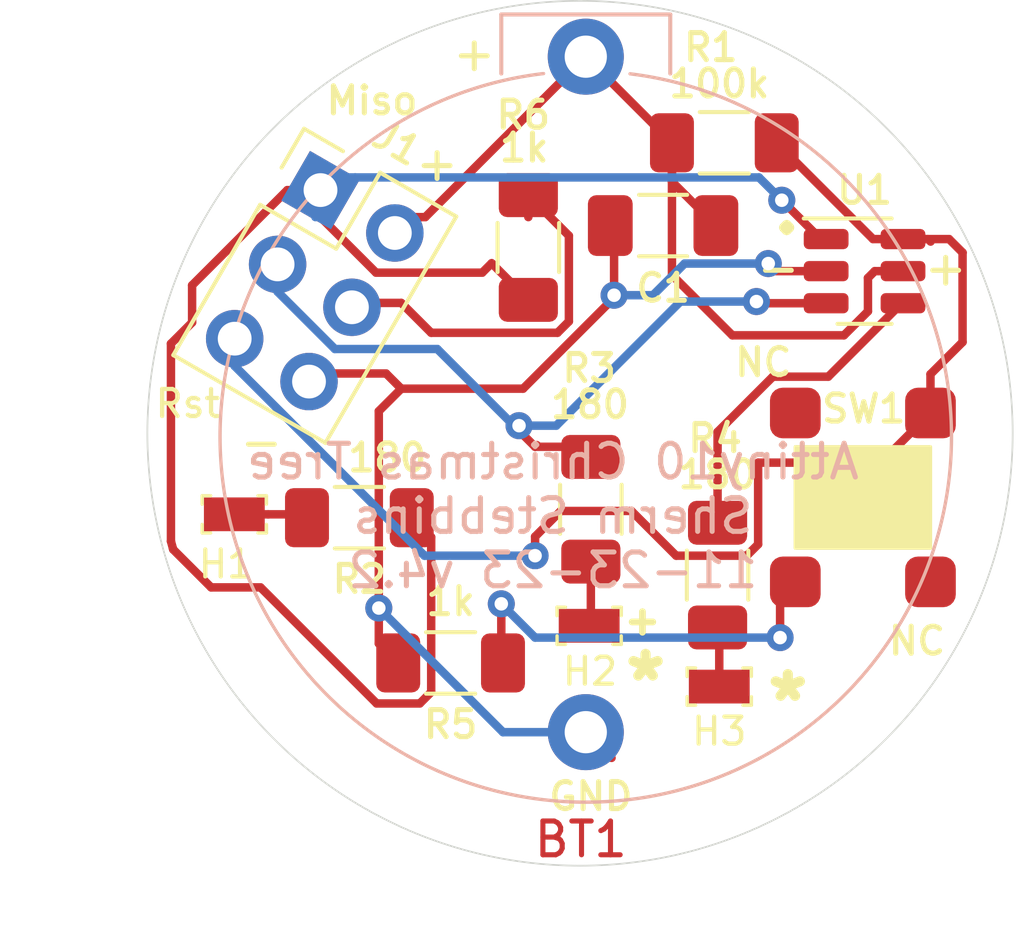
<source format=kicad_pcb>
(kicad_pcb (version 20221018) (generator pcbnew)
  (layers (0 "F.Cu" signal) (31 "B.Cu" signal) (34 "B.Paste" user) (35 "F.Paste" user) (36 "B.SilkS" user "B.Silkscreen") (37 "F.SilkS" user "F.Silkscreen") (38 "B.Mask" user) (39 "F.Mask" user) (44 "Edge.Cuts" user))
  (net 0 "")
  (net 1 "VCC")
  (net 2 "GND")
  (net 3 "RST-PB3")
  (net 4 "Net-(J1-Pad4)")
  (net 5 "SCK-PB1")
  (net 6 "MisoPB0")
  (net 7 "PB0")
  (net 8 "PB1")
  (net 9 "PB2")
  (net 10 "Net-(R5-Pad1)")
  (net 11 "Net-(U1-PB2)")
  (footprint "Capacitor_SMD:C_1206_3216Metric_Pad1.33x1.80mm_HandSolder" (layer "F.Cu") (at 175.5875 106.15 180)
    (fp_text reference "C1" (at 0 -1.85 180) (layer "F.SilkS") (effects (font (size 0.8 0.8))))
    (fp_text value "C_Small")
    (fp_line (start -0.711252 -0.91) (end 0.711252 -0.91) (stroke (width 0.12)) (layer "F.SilkS"))
    (fp_line (start -0.711252 0.91) (end 0.711252 0.91) (stroke (width 0.12)) (layer "F.SilkS"))
    (pad "1" smd roundrect (at -1.5625 0 180) (size 1.325 1.8) (layers "F.Cu" "F.Paste" "F.Mask") (roundrect_rratio 0.1886792453) (net 1 "VCC"))
    (pad "2" smd roundrect (at 1.5625 0 180) (size 1.325 1.8) (layers "F.Cu" "F.Paste" "F.Mask") (roundrect_rratio 0.1886792453) (net 2 "GND"))
  )
  (footprint "Resistor_SMD:R_1206_3216Metric_Pad1.30x1.75mm_HandSolder" (layer "F.Cu") (at 177.4 103.7)
    (fp_text reference "R1" (at -0.4 -2.825) (layer "F.SilkS") (effects (font (size 0.8 0.8))))
    (fp_text value "100k" (at -0.15 -1.75) (layer "F.SilkS") (effects (font (size 0.8 0.8))))
    (fp_line (start -0.727064 -0.91) (end 0.727064 -0.91) (stroke (width 0.12)) (layer "F.SilkS"))
    (fp_line (start -0.727064 0.91) (end 0.727064 0.91) (stroke (width 0.12)) (layer "F.SilkS"))
    (pad "1" smd roundrect (at -1.55 0) (size 1.3 1.75) (layers "F.Cu" "F.Paste" "F.Mask") (roundrect_rratio 0.1923076923) (net 1 "VCC"))
    (pad "2" smd roundrect (at 1.55 0) (size 1.3 1.75) (layers "F.Cu" "F.Paste" "F.Mask") (roundrect_rratio 0.1923076923) (net 3 "RST-PB3"))
  )
  (footprint "Resistor_SMD:R_1206_3216Metric_Pad1.30x1.75mm_HandSolder" (layer "F.Cu") (at 166.6 114.8 180)
    (fp_text reference "R2" (at 0 -1.82) (layer "F.SilkS") (effects (font (size 0.8 0.8))))
    (fp_text value "180" (at -0.825 1.775) (layer "F.SilkS") (effects (font (size 0.8 0.8))))
    (fp_line (start -0.727064 -0.91) (end 0.727064 -0.91) (stroke (width 0.12)) (layer "F.SilkS"))
    (fp_line (start -0.727064 0.91) (end 0.727064 0.91) (stroke (width 0.12)) (layer "F.SilkS"))
    (pad "1" smd roundrect (at -1.55 0 180) (size 1.3 1.75) (layers "F.Cu" "F.Paste" "F.Mask") (roundrect_rratio 0.1923076923) (net 6 "MisoPB0"))
    (pad "2" smd roundrect (at 1.55 0 180) (size 1.3 1.75) (layers "F.Cu" "F.Paste" "F.Mask") (roundrect_rratio 0.1923076923) (net 7 "PB0"))
  )
  (footprint "Resistor_SMD:R_1206_3216Metric_Pad1.30x1.75mm_HandSolder" (layer "F.Cu") (at 173.45 114.55 -90)
    (fp_text reference "R3" (at -4.175 0.05 180) (layer "F.SilkS") (effects (font (size 0.8 0.8))))
    (fp_text value "180" (at -3.1 0.025 -180) (layer "F.SilkS") (effects (font (size 0.8 0.8))))
    (fp_line (start -0.727064 -0.91) (end 0.727064 -0.91) (stroke (width 0.12)) (layer "F.SilkS"))
    (fp_line (start -0.727064 0.91) (end 0.727064 0.91) (stroke (width 0.12)) (layer "F.SilkS"))
    (pad "1" smd roundrect (at -1.55 0 270) (size 1.3 1.75) (layers "F.Cu" "F.Paste" "F.Mask") (roundrect_rratio 0.1923076923) (net 5 "SCK-PB1"))
    (pad "2" smd roundrect (at 1.55 0 270) (size 1.3 1.75) (layers "F.Cu" "F.Paste" "F.Mask") (roundrect_rratio 0.1923076923) (net 8 "PB1"))
  )
  (footprint "Resistor_SMD:R_1206_3216Metric_Pad1.30x1.75mm_HandSolder" (layer "F.Cu") (at 177.2 116.5 -90)
    (fp_text reference "R4" (at -4.05 0.075 -180) (layer "F.SilkS") (effects (font (size 0.8 0.8))))
    (fp_text value "180" (at -2.975 0 -180) (layer "F.SilkS") (effects (font (size 0.8 0.8))))
    (fp_line (start -0.727064 -0.91) (end 0.727064 -0.91) (stroke (width 0.12)) (layer "F.SilkS"))
    (fp_line (start -0.727064 0.91) (end 0.727064 0.91) (stroke (width 0.12)) (layer "F.SilkS"))
    (pad "1" smd roundrect (at -1.55 0 270) (size 1.3 1.75) (layers "F.Cu" "F.Paste" "F.Mask") (roundrect_rratio 0.1923076923) (net 11 "Net-(U1-PB2)"))
    (pad "2" smd roundrect (at 1.55 0 270) (size 1.3 1.75) (layers "F.Cu" "F.Paste" "F.Mask") (roundrect_rratio 0.1923076923) (net 9 "PB2"))
  )
  (footprint "Resistor_SMD:R_1206_3216Metric_Pad1.30x1.75mm_HandSolder" (layer "F.Cu") (at 169.3 119.1 180)
    (fp_text reference "R5" (at 0 -1.82) (layer "F.SilkS") (effects (font (size 0.8 0.8))))
    (fp_text value "1k" (at 0 1.82) (layer "F.SilkS") (effects (font (size 0.8 0.8))))
    (fp_line (start -0.727064 -0.91) (end 0.727064 -0.91) (stroke (width 0.12)) (layer "F.SilkS"))
    (fp_line (start -0.727064 0.91) (end 0.727064 0.91) (stroke (width 0.12)) (layer "F.SilkS"))
    (pad "1" smd roundrect (at -1.55 0 180) (size 1.3 1.75) (layers "F.Cu" "F.Paste" "F.Mask") (roundrect_rratio 0.1923076923) (net 10 "Net-(R5-Pad1)"))
    (pad "2" smd roundrect (at 1.55 0 180) (size 1.3 1.75) (layers "F.Cu" "F.Paste" "F.Mask") (roundrect_rratio 0.1923076923) (net 2 "GND"))
  )
  (footprint "Resistor_SMD:R_1206_3216Metric_Pad1.30x1.75mm_HandSolder" (layer "F.Cu") (at 171.6 106.8 90)
    (fp_text reference "R6" (at 3.925 -0.15 180) (layer "F.SilkS") (effects (font (size 0.8 0.8))))
    (fp_text value "1k" (at 2.95 -0.125 180) (layer "F.SilkS") (effects (font (size 0.8 0.8))))
    (fp_line (start -0.727064 -0.91) (end 0.727064 -0.91) (stroke (width 0.12)) (layer "F.SilkS"))
    (fp_line (start -0.727064 0.91) (end 0.727064 0.91) (stroke (width 0.12)) (layer "F.SilkS"))
    (pad "1" smd roundrect (at -1.55 0 90) (size 1.3 1.75) (layers "F.Cu" "F.Paste" "F.Mask") (roundrect_rratio 0.1923076923) (net 6 "MisoPB0"))
    (pad "2" smd roundrect (at 1.55 0 90) (size 1.3 1.75) (layers "F.Cu" "F.Paste" "F.Mask") (roundrect_rratio 0.1923076923) (net 4 "Net-(J1-Pad4)"))
  )
  (footprint "++Sherms-Custom-Libs:Button_4mm-4pad" (layer "F.Cu") (at 181.5 111.7 180)
    (fp_text reference "SW1" (at -0.025 0.125) (layer "F.SilkS") (effects (font (size 0.8 0.8))))
    (fp_text value "SW_Push")
    (fp_poly (pts (xy 2 -1) (xy -2 -1) (xy -2 -4) (xy 2 -4)) (stroke (width 0.1)) (fill solid) (layer "F.SilkS"))
    (pad "1" smd roundrect (at -2 0 180) (size 1.5 1.5) (layers "F.Cu" "F.Paste" "F.Mask") (net 3 "RST-PB3"))
    (pad "2" smd roundrect (at 2 -5 180) (size 1.5 1.5) (layers "F.Cu" "F.Paste" "F.Mask") (net 10 "Net-(R5-Pad1)"))
    (pad "3" smd roundrect (at -2 -5 180) (size 1.5 1.5) (layers "F.Cu" "F.Paste" "F.Mask"))
    (pad "4" smd roundrect (at 2 0 180) (size 1.5 1.5) (layers "F.Cu" "F.Paste" "F.Mask"))
  )
  (footprint "Package_TO_SOT_SMD:SOT-23-6" (layer "F.Cu") (at 181.55 107.5)
    (fp_text reference "U1" (at 0 -2.4) (layer "F.SilkS") (effects (font (size 0.8 0.8))))
    (fp_text value "ATtiny10-TS")
    (fp_line (start 0 -1.56) (end -1.8 -1.56) (stroke (width 0.12)) (layer "F.SilkS"))
    (fp_line (start 0 -1.56) (end 0.8 -1.56) (stroke (width 0.12)) (layer "F.SilkS"))
    (fp_line (start 0 1.56) (end -0.8 1.56) (stroke (width 0.12)) (layer "F.SilkS"))
    (fp_line (start 0 1.56) (end 0.8 1.56) (stroke (width 0.12)) (layer "F.SilkS"))
    (pad "1" smd roundrect (at -1.1375 -0.95) (size 1.325 0.6) (layers "F.Cu" "F.Paste" "F.Mask") (net 6 "MisoPB0"))
    (pad "2" smd roundrect (at -1.1375 0) (size 1.325 0.6) (layers "F.Cu" "F.Paste" "F.Mask") (net 2 "GND"))
    (pad "3" smd roundrect (at -1.1375 0.95) (size 1.325 0.6) (layers "F.Cu" "F.Paste" "F.Mask") (net 5 "SCK-PB1"))
    (pad "4" smd roundrect (at 1.1375 0.95) (size 1.325 0.6) (layers "F.Cu" "F.Paste" "F.Mask") (net 11 "Net-(U1-PB2)"))
    (pad "5" smd roundrect (at 1.1375 0) (size 1.325 0.6) (layers "F.Cu" "F.Paste" "F.Mask") (net 1 "VCC"))
    (pad "6" smd roundrect (at 1.1375 -0.95) (size 1.325 0.6) (layers "F.Cu" "F.Paste" "F.Mask") (net 3 "RST-PB3"))
  )
  (footprint "digikey-footprints:PROBE_PAD_0603" (layer "F.Cu") (at 162.9 114.7)
    (fp_text reference "H1" (at -0.25 1.475) (layer "F.SilkS") (effects (font (size 0.8 0.8) (thickness 0.125))))
    (fp_text value "MountingHole_Pad")
    (fp_line (start -0.95 -0.55) (end -0.95 -0.3) (stroke (width 0.1)) (layer "F.SilkS"))
    (fp_line (start -0.95 -0.55) (end -0.7 -0.55) (stroke (width 0.1)) (layer "F.SilkS"))
    (fp_line (start -0.95 0.55) (end -0.95 0.3) (stroke (width 0.1)) (layer "F.SilkS"))
    (fp_line (start -0.95 0.55) (end -0.7 0.55) (stroke (width 0.1)) (layer "F.SilkS"))
    (fp_line (start 0.95 -0.55) (end 0.7 -0.55) (stroke (width 0.1)) (layer "F.SilkS"))
    (fp_line (start 0.95 -0.55) (end 0.95 -0.3) (stroke (width 0.1)) (layer "F.SilkS"))
    (fp_line (start 0.95 0.55) (end 0.7 0.55) (stroke (width 0.1)) (layer "F.SilkS"))
    (fp_line (start 0.95 0.55) (end 0.95 0.3) (stroke (width 0.1)) (layer "F.SilkS"))
    (pad "1" smd rect (at 0 0) (size 1.8 1) (layers "F.Cu" "F.Paste" "F.Mask") (net 7 "PB0"))
  )
  (footprint "digikey-footprints:PROBE_PAD_0603" (layer "F.Cu") (at 177.25 119.8)
    (fp_text reference "H3" (at 0 1.325) (layer "F.SilkS") (effects (font (size 0.8 0.8) (thickness 0.125))))
    (fp_text value "MountingHole_Pad")
    (fp_line (start -0.95 -0.55) (end -0.95 -0.3) (stroke (width 0.1)) (layer "F.SilkS"))
    (fp_line (start -0.95 -0.55) (end -0.7 -0.55) (stroke (width 0.1)) (layer "F.SilkS"))
    (fp_line (start -0.95 0.55) (end -0.95 0.3) (stroke (width 0.1)) (layer "F.SilkS"))
    (fp_line (start -0.95 0.55) (end -0.7 0.55) (stroke (width 0.1)) (layer "F.SilkS"))
    (fp_line (start 0.95 -0.55) (end 0.7 -0.55) (stroke (width 0.1)) (layer "F.SilkS"))
    (fp_line (start 0.95 -0.55) (end 0.95 -0.3) (stroke (width 0.1)) (layer "F.SilkS"))
    (fp_line (start 0.95 0.55) (end 0.7 0.55) (stroke (width 0.1)) (layer "F.SilkS"))
    (fp_line (start 0.95 0.55) (end 0.95 0.3) (stroke (width 0.1)) (layer "F.SilkS"))
    (pad "1" smd rect (at 0 0) (size 1.8 1) (layers "F.Cu" "F.Paste" "F.Mask") (net 9 "PB2"))
  )
  (footprint "digikey-footprints:PROBE_PAD_0603" (layer "F.Cu") (at 173.4 118)
    (fp_text reference "H2" (at 0.025 1.35) (layer "F.SilkS") (effects (font (size 0.8 0.8) (thickness 0.125))))
    (fp_text value "MountingHole_Pad")
    (fp_line (start -0.95 -0.55) (end -0.95 -0.3) (stroke (width 0.1)) (layer "F.SilkS"))
    (fp_line (start -0.95 -0.55) (end -0.7 -0.55) (stroke (width 0.1)) (layer "F.SilkS"))
    (fp_line (start -0.95 0.55) (end -0.95 0.3) (stroke (width 0.1)) (layer "F.SilkS"))
    (fp_line (start -0.95 0.55) (end -0.7 0.55) (stroke (width 0.1)) (layer "F.SilkS"))
    (fp_line (start 0.95 -0.55) (end 0.7 -0.55) (stroke (width 0.1)) (layer "F.SilkS"))
    (fp_line (start 0.95 -0.55) (end 0.95 -0.3) (stroke (width 0.1)) (layer "F.SilkS"))
    (fp_line (start 0.95 0.55) (end 0.7 0.55) (stroke (width 0.1)) (layer "F.SilkS"))
    (fp_line (start 0.95 0.55) (end 0.95 0.3) (stroke (width 0.1)) (layer "F.SilkS"))
    (pad "1" smd rect (at 0 0) (size 1.8 1) (layers "F.Cu" "F.Paste" "F.Mask") (net 8 "PB1"))
  )
  (footprint "Connector_PinHeader_2.54mm:PinHeader_2x03_P2.54mm_Vertical" (layer "F.Cu") (at 165.45 105.1 -30)
    (fp_text reference "J1" (at 1.27 -2.33 150) (layer "F.SilkS") (effects (font (size 0.8 0.8))))
    (fp_text value "CONN-2x3")
    (fp_line (start -1.33 -1.33) (end 0 -1.33) (stroke (width 0.12)) (layer "F.SilkS"))
    (fp_line (start -1.33 0) (end -1.33 -1.33) (stroke (width 0.12)) (layer "F.SilkS"))
    (fp_line (start -1.33 1.27) (end -1.33 6.41) (stroke (width 0.12)) (layer "F.SilkS"))
    (fp_line (start -1.33 1.27) (end 1.27 1.27) (stroke (width 0.12)) (layer "F.SilkS"))
    (fp_line (start -1.33 6.41) (end 3.87 6.41) (stroke (width 0.12)) (layer "F.SilkS"))
    (fp_line (start 1.27 -1.33) (end 3.87 -1.33) (stroke (width 0.12)) (layer "F.SilkS"))
    (fp_line (start 1.27 1.27) (end 1.27 -1.33) (stroke (width 0.12)) (layer "F.SilkS"))
    (fp_line (start 3.87 -1.33) (end 3.87 6.41) (stroke (width 0.12)) (layer "F.SilkS"))
    (pad "1" thru_hole rect (at 0 0 330) (size 1.7 1.7) (drill 1) (layers "*.Cu" "*.Mask") (net 6 "MisoPB0"))
    (pad "2" thru_hole oval (at 2.54 0 330) (size 1.7 1.7) (drill 1) (layers "*.Cu" "*.Mask") (net 1 "VCC"))
    (pad "3" thru_hole oval (at 0 2.54 330) (size 1.7 1.7) (drill 1) (layers "*.Cu" "*.Mask") (net 5 "SCK-PB1"))
    (pad "4" thru_hole oval (at 2.54 2.54 330) (size 1.7 1.7) (drill 1) (layers "*.Cu" "*.Mask") (net 4 "Net-(J1-Pad4)"))
    (pad "5" thru_hole oval (at 0 5.08 330) (size 1.7 1.7) (drill 1) (layers "*.Cu" "*.Mask") (net 3 "RST-PB3"))
    (pad "6" thru_hole oval (at 2.54 5.08 330) (size 1.7 1.7) (drill 1) (layers "*.Cu" "*.Mask") (net 2 "GND"))
  )
  (footprint "++Sherms-Custom-Libs:CR2032-Battery-20mm-2pin-Dip" (layer "B.Cu") (at 173.3 122.4 180)
    (fp_text reference "BT1" (at 0.15 -1.925) (layer "F.Cu"))
    (fp_text value "Battery_Cell")
    (fp_line (start -2.5 22.5) (end -2.5 20.75) (stroke (width 0.12)) (layer "B.SilkS"))
    (fp_line (start 2.5 20.75) (end 2.5 22.5) (stroke (width 0.12)) (layer "B.SilkS"))
    (fp_line (start 2.5 22.5) (end -2.5 22.5) (stroke (width 0.12)) (layer "B.SilkS"))
    (fp_arc (start -1.310103 20.742841) (mid 0.030262 -0.822388) (end 1.25 20.75) (stroke (width 0.1)) (layer "B.SilkS"))
    (pad "1" thru_hole circle (at 0 21.25 180) (size 2.25 2.25) (drill 1.25) (layers "*.Cu" "*.Mask") (net 1 "VCC"))
    (pad "2" thru_hole circle (at 0 1.25 180) (size 2.25 2.25) (drill 1.25) (layers "*.Cu" "*.Mask") (net 2 "GND"))
  )
  (gr_circle (center 173.129492 112.3) (end 185.3 116.275) (stroke (width 0.05)) (fill none) (layer "Edge.Cuts"))
  (gr_text "Attiny10 Christmas Tree\nSherm Stebbins\n11-23-23 v4.2" (at 172.325 114.75) (layer "B.SilkS") (effects (font (size 1 1)) (justify mirror)))
  (gr_text "+" (at 170 101.05) (layer "F.SilkS") (effects (font (size 1 1))))
  (gr_text "-" (at 179 107.4) (layer "F.SilkS") (effects (font (size 1 1))))
  (gr_text "+" (at 183.95 107.4) (layer "F.SilkS") (effects (font (size 1 1))))
  (gr_text "NC" (at 178.55 110.2) (layer "F.SilkS") (effects (font (size 0.8 0.8))))
  (gr_text "+" (at 174.35 118.3) (layer "F.SilkS") (effects (font (size 0.8 0.8) (thickness 0.2) bold) (justify left bottom)))
  (gr_text "*" (at 174.3 120.53) (layer "F.SilkS") (effects (font (size 1.5 1.5) (thickness 0.3) bold) (justify left bottom)))
  (gr_text "-" (at 163.7 112.55) (layer "F.SilkS") (effects (font (size 1 1))))
  (gr_text "GND" (at 173.45 123.05) (layer "F.SilkS") (effects (font (size 0.8 0.8))))
  (gr_text "Rst" (at 161.525 111.425) (layer "F.SilkS") (effects (font (size 0.8 0.8) (thickness 0.125))))
  (gr_text "." (at 178.69 106.48) (layer "F.SilkS") (effects (font (size 1.5 1.5) (thickness 0.3) bold) (justify left bottom)))
  (gr_text "*" (at 178.51 121.13) (layer "F.SilkS") (effects (font (size 1.5 1.5) (thickness 0.3) bold) (justify left bottom)))
  (gr_text "NC" (at 183.1 118.45) (layer "F.SilkS") (effects (font (size 0.8 0.8))))
  (gr_text "Miso" (at 166.975 102.45) (layer "F.SilkS") (effects (font (size 0.8 0.8))))
  (gr_text "+" (at 168.9 104.3) (layer "F.SilkS") (effects (font (size 1 1))))
  (segment (start 177.15 106.15) (end 175.85 104.85) (width 0.25) (layer "F.Cu") (net 1))
  (segment (start 173.3 101.15) (end 175.85 103.7) (width 0.25) (layer "F.Cu") (net 1))
  (segment (start 182.65 107.5) (end 181.85 107.5) (width 0.25) (layer "F.Cu") (net 1))
  (segment (start 175.85 107.6125) (end 177.6375 109.4) (width 0.25) (layer "F.Cu") (net 1))
  (segment (start 175.85 104.85) (end 175.85 103.7) (width 0.25) (layer "F.Cu") (net 1))
  (segment (start 175.6 103.15) (end 175.3 103.15) (width 0.25) (layer "F.Cu") (net 1))
  (segment (start 181.85 107.5) (end 181.65 107.7) (width 0.25) (layer "F.Cu") (net 1))
  (segment (start 173.3 101.15) (end 168.55 105.9) (width 0.25) (layer "F.Cu") (net 1))
  (segment (start 177.6375 109.4) (end 180.940002 109.4) (width 0.25) (layer "F.Cu") (net 1))
  (segment (start 181.65 108.690002) (end 181.65 107.7) (width 0.25) (layer "F.Cu") (net 1))
  (segment (start 180.940002 109.4) (end 181.65 108.690002) (width 0.25) (layer "F.Cu") (net 1))
  (segment (start 168.55 105.9) (end 167.84 105.9) (width 0.25) (layer "F.Cu") (net 1))
  (segment (start 175.85 103.7) (end 175.85 107.6125) (width 0.25) (layer "F.Cu") (net 1))
  (segment (start 174.1375 108.2125) (end 174.1375 108.2871) (width 0.25) (layer "F.Cu") (net 2))
  (segment (start 167.389991 110.529991) (end 165.113599 110.529991) (width 0.25) (layer "F.Cu") (net 2))
  (segment (start 171.4446 110.98) (end 167.84 110.98) (width 0.25) (layer "F.Cu") (net 2))
  (segment (start 174.1375 108.2125) (end 174.1375 106.2625) (width 0.25) (layer "F.Cu") (net 2))
  (segment (start 180.45 107.5) (end 179.950002 107.5) (width 0.25) (layer "F.Cu") (net 2))
  (segment (start 167.17499 117.47501) (end 167.17499 118.52499) (width 0.25) (layer "F.Cu") (net 2))
  (segment (start 167.17499 118.52499) (end 167.75 119.1) (width 0.25) (layer "F.Cu") (net 2))
  (segment (start 167.17499 117.47499) (end 167.175 117.475) (width 0.25) (layer "F.Cu") (net 2))
  (segment (start 180.4125 107.5) (end 178.925 107.5) (width 0.25) (layer "F.Cu") (net 2))
  (segment (start 178.925 107.5) (end 178.7 107.275) (width 0.25) (layer "F.Cu") (net 2))
  (segment (start 167.175 111.645) (end 167.175 117.475) (width 0.25) (layer "F.Cu") (net 2))
  (segment (start 167.84 110.98) (end 167.389991 110.529991) (width 0.25) (layer "F.Cu") (net 2))
  (segment (start 174.1375 108.2871) (end 171.4446 110.98) (width 0.25) (layer "F.Cu") (net 2))
  (segment (start 164.849991 110.793599) (end 164.849991 111.166401) (width 0.25) (layer "F.Cu") (net 2))
  (segment (start 174.1375 106.05) (end 173.855001 106.332499) (width 0.25) (layer "F.Cu") (net 2))
  (segment (start 167.84 110.98) (end 167.175 111.645) (width 0.25) (layer "F.Cu") (net 2))
  (segment (start 174.061999 121.911999) (end 173.3 121.15) (width 0.25) (layer "F.Cu") (net 2))
  (segment (start 174.1375 106.2625) (end 174.025 106.15) (width 0.25) (layer "F.Cu") (net 2))
  (segment (start 165.113599 110.529991) (end 164.849991 110.793599) (width 0.25) (layer "F.Cu") (net 2))
  (segment (start 167.175 117.475) (end 167.17499 117.47501) (width 0.25) (layer "F.Cu") (net 2))
  (via (at 174.1375 108.2125) (size 0.8) (drill 0.4) (layers "F.Cu" "B.Cu") (net 2))
  (via (at 178.7 107.275) (size 0.8) (drill 0.4) (layers "F.Cu" "B.Cu") (net 2))
  (via (at 167.175 117.475) (size 0.8) (drill 0.4) (layers "F.Cu" "B.Cu") (net 2))
  (segment (start 170.85 121.15) (end 167.175 117.475) (width 0.25) (layer "B.Cu") (net 2))
  (segment (start 176.224978 107.275) (end 178.7 107.275) (width 0.25) (layer "B.Cu") (net 2))
  (segment (start 174.1375 108.2125) (end 175.287478 108.2125) (width 0.25) (layer "B.Cu") (net 2))
  (segment (start 175.287478 108.2125) (end 176.224978 107.275) (width 0.25) (layer "B.Cu") (net 2))
  (segment (start 173.3 121.15) (end 170.85 121.15) (width 0.25) (layer "B.Cu") (net 2))
  (segment (start 171.8 115.359325) (end 171.8 115.92501) (width 0.25) (layer "F.Cu") (net 3))
  (segment (start 178.06318 115.92501) (end 175.97501 115.92501) (width 0.25) (layer "F.Cu") (net 3))
  (segment (start 183.5 110.55) (end 184.45 109.6) (width 0.25) (layer "F.Cu") (net 3))
  (segment (start 178.40001 113.17001) (end 178.40001 115.58818) (width 0.25) (layer "F.Cu") (net 3))
  (segment (start 184.05 106.55) (end 182.9 106.55) (width 0.25) (layer "F.Cu") (net 3))
  (segment (start 183.5 111.7) (end 182.02999 113.17001) (width 0.25) (layer "F.Cu") (net 3))
  (segment (start 184.44786 106.94786) (end 184.05 106.55) (width 0.25) (layer "F.Cu") (net 3))
  (segment (start 182.65 106.55) (end 183.43 106.55) (width 0.25) (layer "F.Cu") (net 3))
  (segment (start 178.40001 115.58818) (end 178.06318 115.92501) (width 0.25) (layer "F.Cu") (net 3))
  (segment (start 172.559325 114.6) (end 171.8 115.359325) (width 0.25) (layer "F.Cu") (net 3))
  (segment (start 182.02999 113.17001) (end 178.40001 113.17001) (width 0.25) (layer "F.Cu") (net 3))
  (segment (start 174.65 114.6) (end 172.559325 114.6) (width 0.25) (layer "F.Cu") (net 3))
  (segment (start 184.45 109.6) (end 184.45 106.952365) (width 0.25) (layer "F.Cu") (net 3))
  (segment (start 181.8 106.55) (end 178.95 103.7) (width 0.25) (layer "F.Cu") (net 3))
  (segment (start 184.45 106.952365) (end 184.44786 106.94786) (width 0.25) (layer "F.Cu") (net 3))
  (segment (start 183.5 111.7) (end 183.5 110.55) (width 0.25) (layer "F.Cu") (net 3))
  (segment (start 183.43 106.55) (end 183.505001 106.625001) (width 0.25) (layer "F.Cu") (net 3))
  (segment (start 175.97501 115.92501) (end 174.65 114.6) (width 0.25) (layer "F.Cu") (net 3))
  (segment (start 182.65 106.55) (end 181.8 106.55) (width 0.25) (layer "F.Cu") (net 3))
  (segment (start 183.505001 111.694999) (end 183.5 111.7) (width 0.25) (layer "F.Cu") (net 3))
  (via (at 171.8 115.92501) (size 0.8) (drill 0.4) (layers "F.Cu" "B.Cu") (net 3))
  (segment (start 168.526304 115.92501) (end 162.91 110.308706) (width 0.25) (layer "B.Cu") (net 3))
  (segment (start 162.91 110.308706) (end 162.91 109.499409) (width 0.25) (layer "B.Cu") (net 3))
  (segment (start 171.8 115.92501) (end 168.526304 115.92501) (width 0.25) (layer "B.Cu") (net 3))
  (segment (start 172.46318 109.32501) (end 168.72501 109.32501) (width 0.25) (layer "F.Cu") (net 4))
  (segment (start 168.72501 109.32501) (end 167.84 108.44) (width 0.25) (layer "F.Cu") (net 4))
  (segment (start 172.80001 106.45001) (end 172.80001 108.98818) (width 0.25) (layer "F.Cu") (net 4))
  (segment (start 167.84 108.44) (end 166.50941 108.44) (width 0.25) (layer "F.Cu") (net 4))
  (segment (start 172.80001 108.98818) (end 172.46318 109.32501) (width 0.25) (layer "F.Cu") (net 4))
  (segment (start 171.6 105.25) (end 172.80001 106.45001) (width 0.25) (layer "F.Cu") (net 4))
  (segment (start 166.50941 108.44) (end 166.379705 108.569705) (width 0.25) (layer "F.Cu") (net 4))
  (segment (start 171.6 105.25) (end 171.6 105.9) (width 0.25) (layer "F.Cu") (net 4))
  (segment (start 173.15 112.7) (end 173.45 113) (width 0.25) (layer "F.Cu") (net 5))
  (segment (start 171.85 112.65) (end 171.8 112.7) (width 0.25) (layer "F.Cu") (net 5))
  (segment (start 171.325 112.225) (end 171.325 112.075) (width 0.25) (layer "F.Cu") (net 5))
  (segment (start 171.8 112.7) (end 173.15 112.7) (width 0.25) (layer "F.Cu") (net 5))
  (segment (start 171.8 112.7) (end 171.325 112.225) (width 0.25) (layer "F.Cu") (net 5))
  (segment (start 178.4 108.45) (end 178.35 108.4) (width 0.25) (layer "F.Cu") (net 5))
  (segment (start 180.45 108.45) (end 178.4 108.45) (width 0.25) (layer "F.Cu") (net 5))
  (via (at 171.325 112.075) (size 0.8) (drill 0.4) (layers "F.Cu" "B.Cu") (net 5))
  (via (at 178.35 108.4) (size 0.8) (drill 0.4) (layers "F.Cu" "B.Cu") (net 5))
  (segment (start 168.904999 109.804999) (end 165.875997 109.804999) (width 0.25) (layer "B.Cu") (net 5))
  (segment (start 176.1 108.4) (end 172.425 112.075) (width 0.25) (layer "B.Cu") (net 5))
  (segment (start 165.875997 109.804999) (end 164.18 108.109002) (width 0.25) (layer "B.Cu") (net 5))
  (segment (start 168.904999 109.804999) (end 171.175 112.075) (width 0.25) (layer "B.Cu") (net 5))
  (segment (start 176.1 108.4) (end 178.35 108.4) (width 0.25) (layer "B.Cu") (net 5))
  (segment (start 164.18 108.109002) (end 164.18 107.299705) (width 0.25) (layer "B.Cu") (net 5))
  (segment (start 171.175 112.075) (end 171.325 112.075) (width 0.25) (layer "B.Cu") (net 5))
  (segment (start 172.425 112.075) (end 171.325 112.075) (width 0.25) (layer "B.Cu") (net 5))
  (segment (start 161.65 109.020407) (end 161.65 107.918505) (width 0.25) (layer "F.Cu") (net 6))
  (segment (start 165.45 105.900998) (end 165.45 105.1) (width 0.25) (layer "F.Cu") (net 6))
  (segment (start 167.094003 107.545001) (end 165.45 105.900998) (width 0.25) (layer "F.Cu") (net 6))
  (segment (start 168.72501 115.37501) (end 168.72501 119.96318) (width 0.25) (layer "F.Cu") (net 6))
  (segment (start 163.674989 116.863179) (end 162.213179 116.863179) (width 0.25) (layer "F.Cu") (net 6))
  (segment (start 167.11182 120.30001) (end 163.674989 116.863179) (width 0.25) (layer "F.Cu") (net 6))
  (segment (start 170.234997 107.545001) (end 167.094003 107.545001) (width 0.25) (layer "F.Cu") (net 6))
  (segment (start 168.15 114.8) (end 168.72501 115.37501) (width 0.25) (layer "F.Cu") (net 6))
  (segment (start 180.45 106.55) (end 180.25 106.55) (width 0.25) (layer "F.Cu") (net 6))
  (segment (start 161.091542 115.741542) (end 161.082425 115.710391) (width 0.25) (layer "F.Cu") (net 6))
  (segment (start 161.65 107.918505) (end 164.468505 105.1) (width 0.25) (layer "F.Cu") (net 6))
  (segment (start 161.024129 109.646278) (end 161.65 109.020407) (width 0.25) (layer "F.Cu") (net 6))
  (segment (start 162.213179 116.863179) (end 161.091542 115.741542) (width 0.25) (layer "F.Cu") (net 6))
  (segment (start 168.72501 119.96318) (end 168.38818 120.30001) (width 0.25) (layer "F.Cu") (net 6))
  (segment (start 170.514999 107.264999) (end 170.234997 107.545001) (width 0.25) (layer "F.Cu") (net 6))
  (segment (start 170.514999 107.264999) (end 171.6 108.35) (width 0.25) (layer "F.Cu") (net 6))
  (segment (start 180.25 106.55) (end 179.1 105.4) (width 0.25) (layer "F.Cu") (net 6))
  (segment (start 161.024129 115.497305) (end 161.024129 109.646278) (width 0.25) (layer "F.Cu") (net 6))
  (segment (start 164.468505 105.1) (end 165.45 105.1) (width 0.25) (layer "F.Cu") (net 6))
  (segment (start 161.082425 115.710391) (end 161.024129 115.497305) (width 0.25) (layer "F.Cu") (net 6))
  (segment (start 168.38818 120.30001) (end 167.11182 120.30001) (width 0.25) (layer "F.Cu") (net 6))
  (via (at 179.1 105.4) (size 0.8) (drill 0.4) (layers "F.Cu" "B.Cu") (net 6))
  (segment (start 166.475001 104.724999) (end 165.3 105.9) (width 0.25) (layer "B.Cu") (net 6))
  (segment (start 165.825001 104.724999) (end 165.45 105.1) (width 0.25) (layer "B.Cu") (net 6))
  (segment (start 178.424999 104.724999) (end 165.825001 104.724999) (width 0.25) (layer "B.Cu") (net 6))
  (segment (start 179.1 105.4) (end 178.424999 104.724999) (width 0.25) (layer "B.Cu") (net 6))
  (segment (start 163.9 114.7) (end 164.95 114.7) (width 0.25) (layer "F.Cu") (net 7))
  (segment (start 164.95 114.7) (end 165.05 114.8) (width 0.25) (layer "F.Cu") (net 7))
  (segment (start 163.9 114.7) (end 162.9 114.7) (width 0.25) (layer "F.Cu") (net 7))
  (segment (start 173.45 116.1) (end 173.45 118.35) (width 0.25) (layer "F.Cu") (net 8))
  (segment (start 177.25 118.1) (end 177.2 118.05) (width 0.25) (layer "F.Cu") (net 9))
  (segment (start 177.25 119.5) (end 177.25 118.1) (width 0.25) (layer "F.Cu") (net 9))
  (segment (start 170.8 119.05) (end 170.85 119.1) (width 0.25) (layer "F.Cu") (net 10))
  (segment (start 170.8 117.35) (end 170.8 119.05) (width 0.25) (layer "F.Cu") (net 10))
  (segment (start 179.05 117.15) (end 179.5 116.7) (width 0.25) (layer "F.Cu") (net 10))
  (segment (start 171.3 119.1) (end 170.85 119.1) (width 0.25) (layer "F.Cu") (net 10))
  (segment (start 179.05 118.35) (end 179.05 117.15) (width 0.25) (layer "F.Cu") (net 10))
  (via (at 179.05 118.35) (size 0.8) (drill 0.4) (layers "F.Cu" "B.Cu") (net 10))
  (via (at 170.8 117.35) (size 0.8) (drill 0.4) (layers "F.Cu" "B.Cu") (net 10))
  (segment (start 179.05 118.35) (end 171.8 118.35) (width 0.25) (layer "B.Cu") (net 10))
  (segment (start 171.8 118.35) (end 170.8 117.35) (width 0.25) (layer "B.Cu") (net 10))
  (segment (start 177.2 112.260034) (end 177.2 114.95) (width 0.25) (layer "F.Cu") (net 11))
  (segment (start 180.47501 110.62499) (end 178.835044 110.62499) (width 0.25) (layer "F.Cu") (net 11))
  (segment (start 180.47501 110.62499) (end 182.65 108.45) (width 0.25) (layer "F.Cu") (net 11))
  (segment (start 178.835044 110.62499) (end 177.2 112.260034) (width 0.25) (layer "F.Cu") (net 11))
)
</source>
